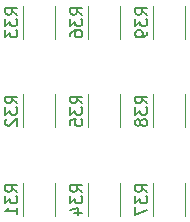
<source format=gbr>
%TF.GenerationSoftware,KiCad,Pcbnew,(6.0.2)*%
%TF.CreationDate,2022-02-16T12:52:40-05:00*%
%TF.ProjectId,aquabotsBMSModule,61717561-626f-4747-9342-4d534d6f6475,rev?*%
%TF.SameCoordinates,Original*%
%TF.FileFunction,Legend,Bot*%
%TF.FilePolarity,Positive*%
%FSLAX46Y46*%
G04 Gerber Fmt 4.6, Leading zero omitted, Abs format (unit mm)*
G04 Created by KiCad (PCBNEW (6.0.2)) date 2022-02-16 12:52:40*
%MOMM*%
%LPD*%
G01*
G04 APERTURE LIST*
%ADD10C,0.150000*%
%ADD11C,0.120000*%
G04 APERTURE END LIST*
D10*
%TO.C,R32*%
X122672380Y-83607142D02*
X122196190Y-83273809D01*
X122672380Y-83035714D02*
X121672380Y-83035714D01*
X121672380Y-83416666D01*
X121720000Y-83511904D01*
X121767619Y-83559523D01*
X121862857Y-83607142D01*
X122005714Y-83607142D01*
X122100952Y-83559523D01*
X122148571Y-83511904D01*
X122196190Y-83416666D01*
X122196190Y-83035714D01*
X121672380Y-83940476D02*
X121672380Y-84559523D01*
X122053333Y-84226190D01*
X122053333Y-84369047D01*
X122100952Y-84464285D01*
X122148571Y-84511904D01*
X122243809Y-84559523D01*
X122481904Y-84559523D01*
X122577142Y-84511904D01*
X122624761Y-84464285D01*
X122672380Y-84369047D01*
X122672380Y-84083333D01*
X122624761Y-83988095D01*
X122577142Y-83940476D01*
X121767619Y-84940476D02*
X121720000Y-84988095D01*
X121672380Y-85083333D01*
X121672380Y-85321428D01*
X121720000Y-85416666D01*
X121767619Y-85464285D01*
X121862857Y-85511904D01*
X121958095Y-85511904D01*
X122100952Y-85464285D01*
X122672380Y-84892857D01*
X122672380Y-85511904D01*
%TO.C,R39*%
X133672380Y-76107142D02*
X133196190Y-75773809D01*
X133672380Y-75535714D02*
X132672380Y-75535714D01*
X132672380Y-75916666D01*
X132720000Y-76011904D01*
X132767619Y-76059523D01*
X132862857Y-76107142D01*
X133005714Y-76107142D01*
X133100952Y-76059523D01*
X133148571Y-76011904D01*
X133196190Y-75916666D01*
X133196190Y-75535714D01*
X132672380Y-76440476D02*
X132672380Y-77059523D01*
X133053333Y-76726190D01*
X133053333Y-76869047D01*
X133100952Y-76964285D01*
X133148571Y-77011904D01*
X133243809Y-77059523D01*
X133481904Y-77059523D01*
X133577142Y-77011904D01*
X133624761Y-76964285D01*
X133672380Y-76869047D01*
X133672380Y-76583333D01*
X133624761Y-76488095D01*
X133577142Y-76440476D01*
X133672380Y-77535714D02*
X133672380Y-77726190D01*
X133624761Y-77821428D01*
X133577142Y-77869047D01*
X133434285Y-77964285D01*
X133243809Y-78011904D01*
X132862857Y-78011904D01*
X132767619Y-77964285D01*
X132720000Y-77916666D01*
X132672380Y-77821428D01*
X132672380Y-77630952D01*
X132720000Y-77535714D01*
X132767619Y-77488095D01*
X132862857Y-77440476D01*
X133100952Y-77440476D01*
X133196190Y-77488095D01*
X133243809Y-77535714D01*
X133291428Y-77630952D01*
X133291428Y-77821428D01*
X133243809Y-77916666D01*
X133196190Y-77964285D01*
X133100952Y-78011904D01*
%TO.C,R33*%
X122672380Y-76107142D02*
X122196190Y-75773809D01*
X122672380Y-75535714D02*
X121672380Y-75535714D01*
X121672380Y-75916666D01*
X121720000Y-76011904D01*
X121767619Y-76059523D01*
X121862857Y-76107142D01*
X122005714Y-76107142D01*
X122100952Y-76059523D01*
X122148571Y-76011904D01*
X122196190Y-75916666D01*
X122196190Y-75535714D01*
X121672380Y-76440476D02*
X121672380Y-77059523D01*
X122053333Y-76726190D01*
X122053333Y-76869047D01*
X122100952Y-76964285D01*
X122148571Y-77011904D01*
X122243809Y-77059523D01*
X122481904Y-77059523D01*
X122577142Y-77011904D01*
X122624761Y-76964285D01*
X122672380Y-76869047D01*
X122672380Y-76583333D01*
X122624761Y-76488095D01*
X122577142Y-76440476D01*
X121672380Y-77392857D02*
X121672380Y-78011904D01*
X122053333Y-77678571D01*
X122053333Y-77821428D01*
X122100952Y-77916666D01*
X122148571Y-77964285D01*
X122243809Y-78011904D01*
X122481904Y-78011904D01*
X122577142Y-77964285D01*
X122624761Y-77916666D01*
X122672380Y-77821428D01*
X122672380Y-77535714D01*
X122624761Y-77440476D01*
X122577142Y-77392857D01*
%TO.C,R31*%
X122672380Y-91107142D02*
X122196190Y-90773809D01*
X122672380Y-90535714D02*
X121672380Y-90535714D01*
X121672380Y-90916666D01*
X121720000Y-91011904D01*
X121767619Y-91059523D01*
X121862857Y-91107142D01*
X122005714Y-91107142D01*
X122100952Y-91059523D01*
X122148571Y-91011904D01*
X122196190Y-90916666D01*
X122196190Y-90535714D01*
X121672380Y-91440476D02*
X121672380Y-92059523D01*
X122053333Y-91726190D01*
X122053333Y-91869047D01*
X122100952Y-91964285D01*
X122148571Y-92011904D01*
X122243809Y-92059523D01*
X122481904Y-92059523D01*
X122577142Y-92011904D01*
X122624761Y-91964285D01*
X122672380Y-91869047D01*
X122672380Y-91583333D01*
X122624761Y-91488095D01*
X122577142Y-91440476D01*
X122672380Y-93011904D02*
X122672380Y-92440476D01*
X122672380Y-92726190D02*
X121672380Y-92726190D01*
X121815238Y-92630952D01*
X121910476Y-92535714D01*
X121958095Y-92440476D01*
%TO.C,R36*%
X128172380Y-76107142D02*
X127696190Y-75773809D01*
X128172380Y-75535714D02*
X127172380Y-75535714D01*
X127172380Y-75916666D01*
X127220000Y-76011904D01*
X127267619Y-76059523D01*
X127362857Y-76107142D01*
X127505714Y-76107142D01*
X127600952Y-76059523D01*
X127648571Y-76011904D01*
X127696190Y-75916666D01*
X127696190Y-75535714D01*
X127172380Y-76440476D02*
X127172380Y-77059523D01*
X127553333Y-76726190D01*
X127553333Y-76869047D01*
X127600952Y-76964285D01*
X127648571Y-77011904D01*
X127743809Y-77059523D01*
X127981904Y-77059523D01*
X128077142Y-77011904D01*
X128124761Y-76964285D01*
X128172380Y-76869047D01*
X128172380Y-76583333D01*
X128124761Y-76488095D01*
X128077142Y-76440476D01*
X127172380Y-77916666D02*
X127172380Y-77726190D01*
X127220000Y-77630952D01*
X127267619Y-77583333D01*
X127410476Y-77488095D01*
X127600952Y-77440476D01*
X127981904Y-77440476D01*
X128077142Y-77488095D01*
X128124761Y-77535714D01*
X128172380Y-77630952D01*
X128172380Y-77821428D01*
X128124761Y-77916666D01*
X128077142Y-77964285D01*
X127981904Y-78011904D01*
X127743809Y-78011904D01*
X127648571Y-77964285D01*
X127600952Y-77916666D01*
X127553333Y-77821428D01*
X127553333Y-77630952D01*
X127600952Y-77535714D01*
X127648571Y-77488095D01*
X127743809Y-77440476D01*
%TO.C,R38*%
X133672380Y-83607142D02*
X133196190Y-83273809D01*
X133672380Y-83035714D02*
X132672380Y-83035714D01*
X132672380Y-83416666D01*
X132720000Y-83511904D01*
X132767619Y-83559523D01*
X132862857Y-83607142D01*
X133005714Y-83607142D01*
X133100952Y-83559523D01*
X133148571Y-83511904D01*
X133196190Y-83416666D01*
X133196190Y-83035714D01*
X132672380Y-83940476D02*
X132672380Y-84559523D01*
X133053333Y-84226190D01*
X133053333Y-84369047D01*
X133100952Y-84464285D01*
X133148571Y-84511904D01*
X133243809Y-84559523D01*
X133481904Y-84559523D01*
X133577142Y-84511904D01*
X133624761Y-84464285D01*
X133672380Y-84369047D01*
X133672380Y-84083333D01*
X133624761Y-83988095D01*
X133577142Y-83940476D01*
X133100952Y-85130952D02*
X133053333Y-85035714D01*
X133005714Y-84988095D01*
X132910476Y-84940476D01*
X132862857Y-84940476D01*
X132767619Y-84988095D01*
X132720000Y-85035714D01*
X132672380Y-85130952D01*
X132672380Y-85321428D01*
X132720000Y-85416666D01*
X132767619Y-85464285D01*
X132862857Y-85511904D01*
X132910476Y-85511904D01*
X133005714Y-85464285D01*
X133053333Y-85416666D01*
X133100952Y-85321428D01*
X133100952Y-85130952D01*
X133148571Y-85035714D01*
X133196190Y-84988095D01*
X133291428Y-84940476D01*
X133481904Y-84940476D01*
X133577142Y-84988095D01*
X133624761Y-85035714D01*
X133672380Y-85130952D01*
X133672380Y-85321428D01*
X133624761Y-85416666D01*
X133577142Y-85464285D01*
X133481904Y-85511904D01*
X133291428Y-85511904D01*
X133196190Y-85464285D01*
X133148571Y-85416666D01*
X133100952Y-85321428D01*
%TO.C,R35*%
X128172380Y-83607142D02*
X127696190Y-83273809D01*
X128172380Y-83035714D02*
X127172380Y-83035714D01*
X127172380Y-83416666D01*
X127220000Y-83511904D01*
X127267619Y-83559523D01*
X127362857Y-83607142D01*
X127505714Y-83607142D01*
X127600952Y-83559523D01*
X127648571Y-83511904D01*
X127696190Y-83416666D01*
X127696190Y-83035714D01*
X127172380Y-83940476D02*
X127172380Y-84559523D01*
X127553333Y-84226190D01*
X127553333Y-84369047D01*
X127600952Y-84464285D01*
X127648571Y-84511904D01*
X127743809Y-84559523D01*
X127981904Y-84559523D01*
X128077142Y-84511904D01*
X128124761Y-84464285D01*
X128172380Y-84369047D01*
X128172380Y-84083333D01*
X128124761Y-83988095D01*
X128077142Y-83940476D01*
X127172380Y-85464285D02*
X127172380Y-84988095D01*
X127648571Y-84940476D01*
X127600952Y-84988095D01*
X127553333Y-85083333D01*
X127553333Y-85321428D01*
X127600952Y-85416666D01*
X127648571Y-85464285D01*
X127743809Y-85511904D01*
X127981904Y-85511904D01*
X128077142Y-85464285D01*
X128124761Y-85416666D01*
X128172380Y-85321428D01*
X128172380Y-85083333D01*
X128124761Y-84988095D01*
X128077142Y-84940476D01*
%TO.C,R34*%
X128172380Y-91107142D02*
X127696190Y-90773809D01*
X128172380Y-90535714D02*
X127172380Y-90535714D01*
X127172380Y-90916666D01*
X127220000Y-91011904D01*
X127267619Y-91059523D01*
X127362857Y-91107142D01*
X127505714Y-91107142D01*
X127600952Y-91059523D01*
X127648571Y-91011904D01*
X127696190Y-90916666D01*
X127696190Y-90535714D01*
X127172380Y-91440476D02*
X127172380Y-92059523D01*
X127553333Y-91726190D01*
X127553333Y-91869047D01*
X127600952Y-91964285D01*
X127648571Y-92011904D01*
X127743809Y-92059523D01*
X127981904Y-92059523D01*
X128077142Y-92011904D01*
X128124761Y-91964285D01*
X128172380Y-91869047D01*
X128172380Y-91583333D01*
X128124761Y-91488095D01*
X128077142Y-91440476D01*
X127505714Y-92916666D02*
X128172380Y-92916666D01*
X127124761Y-92678571D02*
X127839047Y-92440476D01*
X127839047Y-93059523D01*
%TO.C,R37*%
X133672380Y-91107142D02*
X133196190Y-90773809D01*
X133672380Y-90535714D02*
X132672380Y-90535714D01*
X132672380Y-90916666D01*
X132720000Y-91011904D01*
X132767619Y-91059523D01*
X132862857Y-91107142D01*
X133005714Y-91107142D01*
X133100952Y-91059523D01*
X133148571Y-91011904D01*
X133196190Y-90916666D01*
X133196190Y-90535714D01*
X132672380Y-91440476D02*
X132672380Y-92059523D01*
X133053333Y-91726190D01*
X133053333Y-91869047D01*
X133100952Y-91964285D01*
X133148571Y-92011904D01*
X133243809Y-92059523D01*
X133481904Y-92059523D01*
X133577142Y-92011904D01*
X133624761Y-91964285D01*
X133672380Y-91869047D01*
X133672380Y-91583333D01*
X133624761Y-91488095D01*
X133577142Y-91440476D01*
X132672380Y-92392857D02*
X132672380Y-93059523D01*
X133672380Y-92630952D01*
D11*
%TO.C,R32*%
X125860000Y-82847936D02*
X125860000Y-85652064D01*
X123140000Y-82847936D02*
X123140000Y-85652064D01*
%TO.C,R39*%
X134140000Y-75347936D02*
X134140000Y-78152064D01*
X136860000Y-75347936D02*
X136860000Y-78152064D01*
%TO.C,R33*%
X123140000Y-75347936D02*
X123140000Y-78152064D01*
X125860000Y-75347936D02*
X125860000Y-78152064D01*
%TO.C,R31*%
X123140000Y-90347936D02*
X123140000Y-93152064D01*
X125860000Y-90347936D02*
X125860000Y-93152064D01*
%TO.C,R36*%
X128640000Y-75347936D02*
X128640000Y-78152064D01*
X131360000Y-75347936D02*
X131360000Y-78152064D01*
%TO.C,R38*%
X136860000Y-82847936D02*
X136860000Y-85652064D01*
X134140000Y-82847936D02*
X134140000Y-85652064D01*
%TO.C,R35*%
X128640000Y-82847936D02*
X128640000Y-85652064D01*
X131360000Y-82847936D02*
X131360000Y-85652064D01*
%TO.C,R34*%
X131360000Y-90347936D02*
X131360000Y-93152064D01*
X128640000Y-90347936D02*
X128640000Y-93152064D01*
%TO.C,R37*%
X136860000Y-90347936D02*
X136860000Y-93152064D01*
X134140000Y-90347936D02*
X134140000Y-93152064D01*
%TD*%
M02*

</source>
